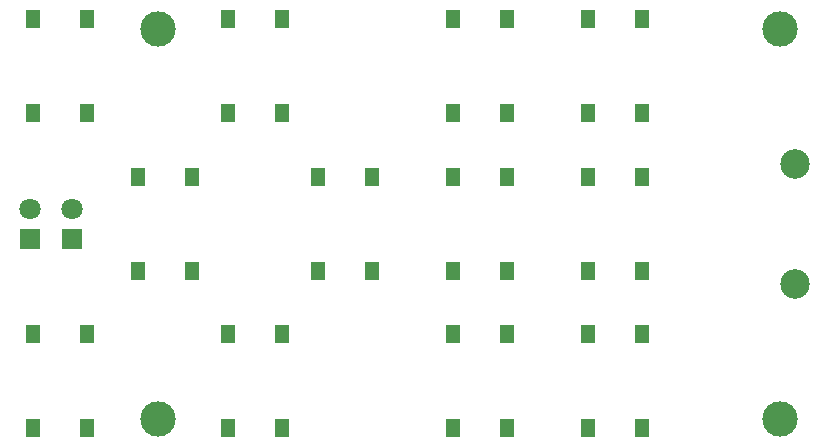
<source format=gbr>
%TF.GenerationSoftware,KiCad,Pcbnew,(6.0.6-0)*%
%TF.CreationDate,2022-12-31T16:02:41+01:00*%
%TF.ProjectId,rc5_remote,7263355f-7265-46d6-9f74-652e6b696361,rev?*%
%TF.SameCoordinates,Original*%
%TF.FileFunction,Soldermask,Bot*%
%TF.FilePolarity,Negative*%
%FSLAX46Y46*%
G04 Gerber Fmt 4.6, Leading zero omitted, Abs format (unit mm)*
G04 Created by KiCad (PCBNEW (6.0.6-0)) date 2022-12-31 16:02:41*
%MOMM*%
%LPD*%
G01*
G04 APERTURE LIST*
%ADD10C,2.500000*%
%ADD11C,3.000000*%
%ADD12R,1.300000X1.550000*%
%ADD13R,1.800000X1.800000*%
%ADD14C,1.800000*%
G04 APERTURE END LIST*
D10*
%TO.C,TP-1*%
X172720000Y-83820000D03*
%TD*%
%TO.C,TP+1*%
X172720000Y-73660000D03*
%TD*%
D11*
%TO.C,H2*%
X171450000Y-95250000D03*
%TD*%
%TO.C,H3*%
X171450000Y-62230000D03*
%TD*%
%TO.C,H1*%
X118745000Y-62230000D03*
%TD*%
%TO.C,H4*%
X118745000Y-95250000D03*
%TD*%
D12*
%TO.C,SW11*%
X155230000Y-88100000D03*
X155230000Y-96050000D03*
X159730000Y-88100000D03*
X159730000Y-96050000D03*
%TD*%
%TO.C,SW10*%
X155230000Y-61430000D03*
X155230000Y-69380000D03*
X159730000Y-61430000D03*
X159730000Y-69380000D03*
%TD*%
%TO.C,SW7*%
X148300000Y-88100000D03*
X148300000Y-96050000D03*
X143800000Y-88100000D03*
X143800000Y-96050000D03*
%TD*%
D13*
%TO.C,DIR1*%
X107980000Y-80015000D03*
D14*
X107980000Y-77475000D03*
%TD*%
D12*
%TO.C,SW5*%
X108240000Y-88100000D03*
X108240000Y-96050000D03*
X112740000Y-96050000D03*
X112740000Y-88100000D03*
%TD*%
%TO.C,SW8*%
X143800000Y-82715000D03*
X143800000Y-74765000D03*
X148300000Y-82715000D03*
X148300000Y-74765000D03*
%TD*%
%TO.C,SW2*%
X108240000Y-61430000D03*
X108240000Y-69380000D03*
X112740000Y-61430000D03*
X112740000Y-69380000D03*
%TD*%
%TO.C,SW4*%
X124750000Y-96050000D03*
X124750000Y-88100000D03*
X129250000Y-96050000D03*
X129250000Y-88100000D03*
%TD*%
%TO.C,SW3*%
X117130000Y-74765000D03*
X117130000Y-82715000D03*
X121630000Y-74765000D03*
X121630000Y-82715000D03*
%TD*%
%TO.C,SW12*%
X155230000Y-74765000D03*
X155230000Y-82715000D03*
X159730000Y-74765000D03*
X159730000Y-82715000D03*
%TD*%
%TO.C,SW1*%
X124750000Y-69380000D03*
X124750000Y-61430000D03*
X129250000Y-69380000D03*
X129250000Y-61430000D03*
%TD*%
D13*
%TO.C,DSTATUS1*%
X111506000Y-80015000D03*
D14*
X111506000Y-77475000D03*
%TD*%
D12*
%TO.C,SW9*%
X143800000Y-61430000D03*
X143800000Y-69380000D03*
X148300000Y-61430000D03*
X148300000Y-69380000D03*
%TD*%
%TO.C,SW6*%
X132370000Y-82715000D03*
X132370000Y-74765000D03*
X136870000Y-74765000D03*
X136870000Y-82715000D03*
%TD*%
M02*

</source>
